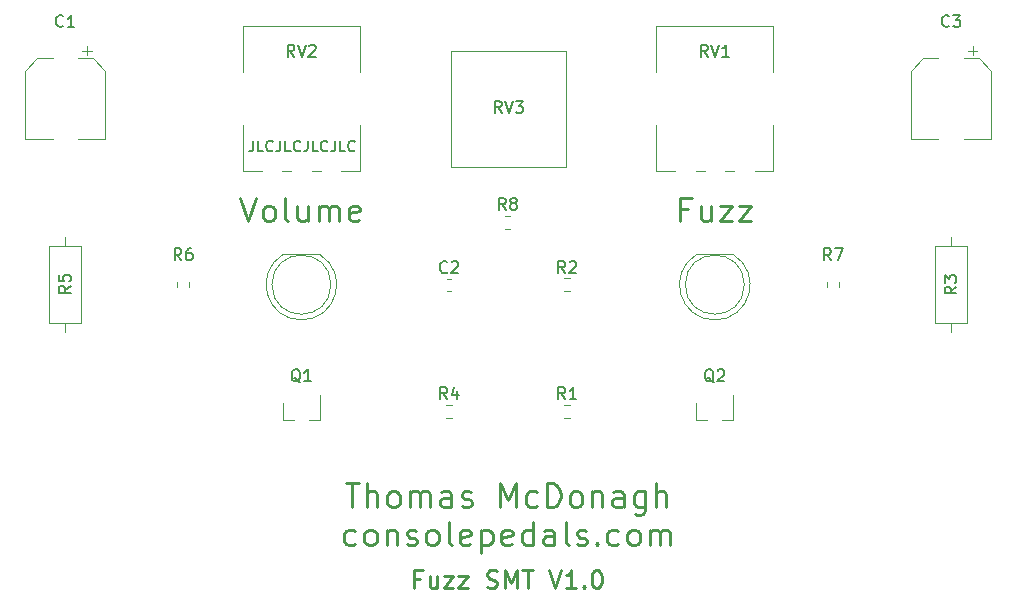
<source format=gbr>
G04 #@! TF.GenerationSoftware,KiCad,Pcbnew,(5.1.7)-1*
G04 #@! TF.CreationDate,2022-04-10T16:21:18-05:00*
G04 #@! TF.ProjectId,ConsolePedalFuzzSMT,436f6e73-6f6c-4655-9065-64616c46757a,rev?*
G04 #@! TF.SameCoordinates,Original*
G04 #@! TF.FileFunction,Legend,Top*
G04 #@! TF.FilePolarity,Positive*
%FSLAX46Y46*%
G04 Gerber Fmt 4.6, Leading zero omitted, Abs format (unit mm)*
G04 Created by KiCad (PCBNEW (5.1.7)-1) date 2022-04-10 16:21:18*
%MOMM*%
%LPD*%
G01*
G04 APERTURE LIST*
%ADD10C,0.150000*%
%ADD11C,0.250000*%
%ADD12C,0.120000*%
G04 APERTURE END LIST*
D10*
X111158857Y-84089142D02*
X111158857Y-84732000D01*
X111116000Y-84860571D01*
X111030285Y-84946285D01*
X110901714Y-84989142D01*
X110816000Y-84989142D01*
X112016000Y-84989142D02*
X111587428Y-84989142D01*
X111587428Y-84089142D01*
X112830285Y-84903428D02*
X112787428Y-84946285D01*
X112658857Y-84989142D01*
X112573142Y-84989142D01*
X112444571Y-84946285D01*
X112358857Y-84860571D01*
X112316000Y-84774857D01*
X112273142Y-84603428D01*
X112273142Y-84474857D01*
X112316000Y-84303428D01*
X112358857Y-84217714D01*
X112444571Y-84132000D01*
X112573142Y-84089142D01*
X112658857Y-84089142D01*
X112787428Y-84132000D01*
X112830285Y-84174857D01*
X113473142Y-84089142D02*
X113473142Y-84732000D01*
X113430285Y-84860571D01*
X113344571Y-84946285D01*
X113216000Y-84989142D01*
X113130285Y-84989142D01*
X114330285Y-84989142D02*
X113901714Y-84989142D01*
X113901714Y-84089142D01*
X115144571Y-84903428D02*
X115101714Y-84946285D01*
X114973142Y-84989142D01*
X114887428Y-84989142D01*
X114758857Y-84946285D01*
X114673142Y-84860571D01*
X114630285Y-84774857D01*
X114587428Y-84603428D01*
X114587428Y-84474857D01*
X114630285Y-84303428D01*
X114673142Y-84217714D01*
X114758857Y-84132000D01*
X114887428Y-84089142D01*
X114973142Y-84089142D01*
X115101714Y-84132000D01*
X115144571Y-84174857D01*
X115787428Y-84089142D02*
X115787428Y-84732000D01*
X115744571Y-84860571D01*
X115658857Y-84946285D01*
X115530285Y-84989142D01*
X115444571Y-84989142D01*
X116644571Y-84989142D02*
X116216000Y-84989142D01*
X116216000Y-84089142D01*
X117458857Y-84903428D02*
X117416000Y-84946285D01*
X117287428Y-84989142D01*
X117201714Y-84989142D01*
X117073142Y-84946285D01*
X116987428Y-84860571D01*
X116944571Y-84774857D01*
X116901714Y-84603428D01*
X116901714Y-84474857D01*
X116944571Y-84303428D01*
X116987428Y-84217714D01*
X117073142Y-84132000D01*
X117201714Y-84089142D01*
X117287428Y-84089142D01*
X117416000Y-84132000D01*
X117458857Y-84174857D01*
X118101714Y-84089142D02*
X118101714Y-84732000D01*
X118058857Y-84860571D01*
X117973142Y-84946285D01*
X117844571Y-84989142D01*
X117758857Y-84989142D01*
X118958857Y-84989142D02*
X118530285Y-84989142D01*
X118530285Y-84089142D01*
X119773142Y-84903428D02*
X119730285Y-84946285D01*
X119601714Y-84989142D01*
X119516000Y-84989142D01*
X119387428Y-84946285D01*
X119301714Y-84860571D01*
X119258857Y-84774857D01*
X119216000Y-84603428D01*
X119216000Y-84474857D01*
X119258857Y-84303428D01*
X119301714Y-84217714D01*
X119387428Y-84132000D01*
X119516000Y-84089142D01*
X119601714Y-84089142D01*
X119730285Y-84132000D01*
X119773142Y-84174857D01*
D11*
X148011904Y-89857142D02*
X147345238Y-89857142D01*
X147345238Y-90904761D02*
X147345238Y-88904761D01*
X148297619Y-88904761D01*
X149916666Y-89571428D02*
X149916666Y-90904761D01*
X149059523Y-89571428D02*
X149059523Y-90619047D01*
X149154761Y-90809523D01*
X149345238Y-90904761D01*
X149630952Y-90904761D01*
X149821428Y-90809523D01*
X149916666Y-90714285D01*
X150678571Y-89571428D02*
X151726190Y-89571428D01*
X150678571Y-90904761D01*
X151726190Y-90904761D01*
X152297619Y-89571428D02*
X153345238Y-89571428D01*
X152297619Y-90904761D01*
X153345238Y-90904761D01*
X110059523Y-88904761D02*
X110726190Y-90904761D01*
X111392857Y-88904761D01*
X112345238Y-90904761D02*
X112154761Y-90809523D01*
X112059523Y-90714285D01*
X111964285Y-90523809D01*
X111964285Y-89952380D01*
X112059523Y-89761904D01*
X112154761Y-89666666D01*
X112345238Y-89571428D01*
X112630952Y-89571428D01*
X112821428Y-89666666D01*
X112916666Y-89761904D01*
X113011904Y-89952380D01*
X113011904Y-90523809D01*
X112916666Y-90714285D01*
X112821428Y-90809523D01*
X112630952Y-90904761D01*
X112345238Y-90904761D01*
X114154761Y-90904761D02*
X113964285Y-90809523D01*
X113869047Y-90619047D01*
X113869047Y-88904761D01*
X115773809Y-89571428D02*
X115773809Y-90904761D01*
X114916666Y-89571428D02*
X114916666Y-90619047D01*
X115011904Y-90809523D01*
X115202380Y-90904761D01*
X115488095Y-90904761D01*
X115678571Y-90809523D01*
X115773809Y-90714285D01*
X116726190Y-90904761D02*
X116726190Y-89571428D01*
X116726190Y-89761904D02*
X116821428Y-89666666D01*
X117011904Y-89571428D01*
X117297619Y-89571428D01*
X117488095Y-89666666D01*
X117583333Y-89857142D01*
X117583333Y-90904761D01*
X117583333Y-89857142D02*
X117678571Y-89666666D01*
X117869047Y-89571428D01*
X118154761Y-89571428D01*
X118345238Y-89666666D01*
X118440476Y-89857142D01*
X118440476Y-90904761D01*
X120154761Y-90809523D02*
X119964285Y-90904761D01*
X119583333Y-90904761D01*
X119392857Y-90809523D01*
X119297619Y-90619047D01*
X119297619Y-89857142D01*
X119392857Y-89666666D01*
X119583333Y-89571428D01*
X119964285Y-89571428D01*
X120154761Y-89666666D01*
X120250000Y-89857142D01*
X120250000Y-90047619D01*
X119297619Y-90238095D01*
X125322142Y-121177857D02*
X124822142Y-121177857D01*
X124822142Y-121963571D02*
X124822142Y-120463571D01*
X125536428Y-120463571D01*
X126750714Y-120963571D02*
X126750714Y-121963571D01*
X126107857Y-120963571D02*
X126107857Y-121749285D01*
X126179285Y-121892142D01*
X126322142Y-121963571D01*
X126536428Y-121963571D01*
X126679285Y-121892142D01*
X126750714Y-121820714D01*
X127322142Y-120963571D02*
X128107857Y-120963571D01*
X127322142Y-121963571D01*
X128107857Y-121963571D01*
X128536428Y-120963571D02*
X129322142Y-120963571D01*
X128536428Y-121963571D01*
X129322142Y-121963571D01*
X130965000Y-121892142D02*
X131179285Y-121963571D01*
X131536428Y-121963571D01*
X131679285Y-121892142D01*
X131750714Y-121820714D01*
X131822142Y-121677857D01*
X131822142Y-121535000D01*
X131750714Y-121392142D01*
X131679285Y-121320714D01*
X131536428Y-121249285D01*
X131250714Y-121177857D01*
X131107857Y-121106428D01*
X131036428Y-121035000D01*
X130965000Y-120892142D01*
X130965000Y-120749285D01*
X131036428Y-120606428D01*
X131107857Y-120535000D01*
X131250714Y-120463571D01*
X131607857Y-120463571D01*
X131822142Y-120535000D01*
X132465000Y-121963571D02*
X132465000Y-120463571D01*
X132965000Y-121535000D01*
X133465000Y-120463571D01*
X133465000Y-121963571D01*
X133965000Y-120463571D02*
X134822142Y-120463571D01*
X134393571Y-121963571D02*
X134393571Y-120463571D01*
X136250714Y-120463571D02*
X136750714Y-121963571D01*
X137250714Y-120463571D01*
X138536428Y-121963571D02*
X137679285Y-121963571D01*
X138107857Y-121963571D02*
X138107857Y-120463571D01*
X137965000Y-120677857D01*
X137822142Y-120820714D01*
X137679285Y-120892142D01*
X139179285Y-121820714D02*
X139250714Y-121892142D01*
X139179285Y-121963571D01*
X139107857Y-121892142D01*
X139179285Y-121820714D01*
X139179285Y-121963571D01*
X140179285Y-120463571D02*
X140322142Y-120463571D01*
X140465000Y-120535000D01*
X140536428Y-120606428D01*
X140607857Y-120749285D01*
X140679285Y-121035000D01*
X140679285Y-121392142D01*
X140607857Y-121677857D01*
X140536428Y-121820714D01*
X140465000Y-121892142D01*
X140322142Y-121963571D01*
X140179285Y-121963571D01*
X140036428Y-121892142D01*
X139965000Y-121820714D01*
X139893571Y-121677857D01*
X139822142Y-121392142D01*
X139822142Y-121035000D01*
X139893571Y-120749285D01*
X139965000Y-120606428D01*
X140036428Y-120535000D01*
X140179285Y-120463571D01*
X119000714Y-113103761D02*
X120143571Y-113103761D01*
X119572142Y-115103761D02*
X119572142Y-113103761D01*
X120810238Y-115103761D02*
X120810238Y-113103761D01*
X121667380Y-115103761D02*
X121667380Y-114056142D01*
X121572142Y-113865666D01*
X121381666Y-113770428D01*
X121095952Y-113770428D01*
X120905476Y-113865666D01*
X120810238Y-113960904D01*
X122905476Y-115103761D02*
X122715000Y-115008523D01*
X122619761Y-114913285D01*
X122524523Y-114722809D01*
X122524523Y-114151380D01*
X122619761Y-113960904D01*
X122715000Y-113865666D01*
X122905476Y-113770428D01*
X123191190Y-113770428D01*
X123381666Y-113865666D01*
X123476904Y-113960904D01*
X123572142Y-114151380D01*
X123572142Y-114722809D01*
X123476904Y-114913285D01*
X123381666Y-115008523D01*
X123191190Y-115103761D01*
X122905476Y-115103761D01*
X124429285Y-115103761D02*
X124429285Y-113770428D01*
X124429285Y-113960904D02*
X124524523Y-113865666D01*
X124715000Y-113770428D01*
X125000714Y-113770428D01*
X125191190Y-113865666D01*
X125286428Y-114056142D01*
X125286428Y-115103761D01*
X125286428Y-114056142D02*
X125381666Y-113865666D01*
X125572142Y-113770428D01*
X125857857Y-113770428D01*
X126048333Y-113865666D01*
X126143571Y-114056142D01*
X126143571Y-115103761D01*
X127953095Y-115103761D02*
X127953095Y-114056142D01*
X127857857Y-113865666D01*
X127667380Y-113770428D01*
X127286428Y-113770428D01*
X127095952Y-113865666D01*
X127953095Y-115008523D02*
X127762619Y-115103761D01*
X127286428Y-115103761D01*
X127095952Y-115008523D01*
X127000714Y-114818047D01*
X127000714Y-114627571D01*
X127095952Y-114437095D01*
X127286428Y-114341857D01*
X127762619Y-114341857D01*
X127953095Y-114246619D01*
X128810238Y-115008523D02*
X129000714Y-115103761D01*
X129381666Y-115103761D01*
X129572142Y-115008523D01*
X129667380Y-114818047D01*
X129667380Y-114722809D01*
X129572142Y-114532333D01*
X129381666Y-114437095D01*
X129095952Y-114437095D01*
X128905476Y-114341857D01*
X128810238Y-114151380D01*
X128810238Y-114056142D01*
X128905476Y-113865666D01*
X129095952Y-113770428D01*
X129381666Y-113770428D01*
X129572142Y-113865666D01*
X132048333Y-115103761D02*
X132048333Y-113103761D01*
X132715000Y-114532333D01*
X133381666Y-113103761D01*
X133381666Y-115103761D01*
X135191190Y-115008523D02*
X135000714Y-115103761D01*
X134619761Y-115103761D01*
X134429285Y-115008523D01*
X134334047Y-114913285D01*
X134238809Y-114722809D01*
X134238809Y-114151380D01*
X134334047Y-113960904D01*
X134429285Y-113865666D01*
X134619761Y-113770428D01*
X135000714Y-113770428D01*
X135191190Y-113865666D01*
X136048333Y-115103761D02*
X136048333Y-113103761D01*
X136524523Y-113103761D01*
X136810238Y-113199000D01*
X137000714Y-113389476D01*
X137095952Y-113579952D01*
X137191190Y-113960904D01*
X137191190Y-114246619D01*
X137095952Y-114627571D01*
X137000714Y-114818047D01*
X136810238Y-115008523D01*
X136524523Y-115103761D01*
X136048333Y-115103761D01*
X138334047Y-115103761D02*
X138143571Y-115008523D01*
X138048333Y-114913285D01*
X137953095Y-114722809D01*
X137953095Y-114151380D01*
X138048333Y-113960904D01*
X138143571Y-113865666D01*
X138334047Y-113770428D01*
X138619761Y-113770428D01*
X138810238Y-113865666D01*
X138905476Y-113960904D01*
X139000714Y-114151380D01*
X139000714Y-114722809D01*
X138905476Y-114913285D01*
X138810238Y-115008523D01*
X138619761Y-115103761D01*
X138334047Y-115103761D01*
X139857857Y-113770428D02*
X139857857Y-115103761D01*
X139857857Y-113960904D02*
X139953095Y-113865666D01*
X140143571Y-113770428D01*
X140429285Y-113770428D01*
X140619761Y-113865666D01*
X140715000Y-114056142D01*
X140715000Y-115103761D01*
X142524523Y-115103761D02*
X142524523Y-114056142D01*
X142429285Y-113865666D01*
X142238809Y-113770428D01*
X141857857Y-113770428D01*
X141667380Y-113865666D01*
X142524523Y-115008523D02*
X142334047Y-115103761D01*
X141857857Y-115103761D01*
X141667380Y-115008523D01*
X141572142Y-114818047D01*
X141572142Y-114627571D01*
X141667380Y-114437095D01*
X141857857Y-114341857D01*
X142334047Y-114341857D01*
X142524523Y-114246619D01*
X144334047Y-113770428D02*
X144334047Y-115389476D01*
X144238809Y-115579952D01*
X144143571Y-115675190D01*
X143953095Y-115770428D01*
X143667380Y-115770428D01*
X143476904Y-115675190D01*
X144334047Y-115008523D02*
X144143571Y-115103761D01*
X143762619Y-115103761D01*
X143572142Y-115008523D01*
X143476904Y-114913285D01*
X143381666Y-114722809D01*
X143381666Y-114151380D01*
X143476904Y-113960904D01*
X143572142Y-113865666D01*
X143762619Y-113770428D01*
X144143571Y-113770428D01*
X144334047Y-113865666D01*
X145286428Y-115103761D02*
X145286428Y-113103761D01*
X146143571Y-115103761D02*
X146143571Y-114056142D01*
X146048333Y-113865666D01*
X145857857Y-113770428D01*
X145572142Y-113770428D01*
X145381666Y-113865666D01*
X145286428Y-113960904D01*
X119810238Y-118258523D02*
X119619761Y-118353761D01*
X119238809Y-118353761D01*
X119048333Y-118258523D01*
X118953095Y-118163285D01*
X118857857Y-117972809D01*
X118857857Y-117401380D01*
X118953095Y-117210904D01*
X119048333Y-117115666D01*
X119238809Y-117020428D01*
X119619761Y-117020428D01*
X119810238Y-117115666D01*
X120953095Y-118353761D02*
X120762619Y-118258523D01*
X120667380Y-118163285D01*
X120572142Y-117972809D01*
X120572142Y-117401380D01*
X120667380Y-117210904D01*
X120762619Y-117115666D01*
X120953095Y-117020428D01*
X121238809Y-117020428D01*
X121429285Y-117115666D01*
X121524523Y-117210904D01*
X121619761Y-117401380D01*
X121619761Y-117972809D01*
X121524523Y-118163285D01*
X121429285Y-118258523D01*
X121238809Y-118353761D01*
X120953095Y-118353761D01*
X122476904Y-117020428D02*
X122476904Y-118353761D01*
X122476904Y-117210904D02*
X122572142Y-117115666D01*
X122762619Y-117020428D01*
X123048333Y-117020428D01*
X123238809Y-117115666D01*
X123334047Y-117306142D01*
X123334047Y-118353761D01*
X124191190Y-118258523D02*
X124381666Y-118353761D01*
X124762619Y-118353761D01*
X124953095Y-118258523D01*
X125048333Y-118068047D01*
X125048333Y-117972809D01*
X124953095Y-117782333D01*
X124762619Y-117687095D01*
X124476904Y-117687095D01*
X124286428Y-117591857D01*
X124191190Y-117401380D01*
X124191190Y-117306142D01*
X124286428Y-117115666D01*
X124476904Y-117020428D01*
X124762619Y-117020428D01*
X124953095Y-117115666D01*
X126191190Y-118353761D02*
X126000714Y-118258523D01*
X125905476Y-118163285D01*
X125810238Y-117972809D01*
X125810238Y-117401380D01*
X125905476Y-117210904D01*
X126000714Y-117115666D01*
X126191190Y-117020428D01*
X126476904Y-117020428D01*
X126667380Y-117115666D01*
X126762619Y-117210904D01*
X126857857Y-117401380D01*
X126857857Y-117972809D01*
X126762619Y-118163285D01*
X126667380Y-118258523D01*
X126476904Y-118353761D01*
X126191190Y-118353761D01*
X128000714Y-118353761D02*
X127810238Y-118258523D01*
X127715000Y-118068047D01*
X127715000Y-116353761D01*
X129524523Y-118258523D02*
X129334047Y-118353761D01*
X128953095Y-118353761D01*
X128762619Y-118258523D01*
X128667380Y-118068047D01*
X128667380Y-117306142D01*
X128762619Y-117115666D01*
X128953095Y-117020428D01*
X129334047Y-117020428D01*
X129524523Y-117115666D01*
X129619761Y-117306142D01*
X129619761Y-117496619D01*
X128667380Y-117687095D01*
X130476904Y-117020428D02*
X130476904Y-119020428D01*
X130476904Y-117115666D02*
X130667380Y-117020428D01*
X131048333Y-117020428D01*
X131238809Y-117115666D01*
X131334047Y-117210904D01*
X131429285Y-117401380D01*
X131429285Y-117972809D01*
X131334047Y-118163285D01*
X131238809Y-118258523D01*
X131048333Y-118353761D01*
X130667380Y-118353761D01*
X130476904Y-118258523D01*
X133048333Y-118258523D02*
X132857857Y-118353761D01*
X132476904Y-118353761D01*
X132286428Y-118258523D01*
X132191190Y-118068047D01*
X132191190Y-117306142D01*
X132286428Y-117115666D01*
X132476904Y-117020428D01*
X132857857Y-117020428D01*
X133048333Y-117115666D01*
X133143571Y-117306142D01*
X133143571Y-117496619D01*
X132191190Y-117687095D01*
X134857857Y-118353761D02*
X134857857Y-116353761D01*
X134857857Y-118258523D02*
X134667380Y-118353761D01*
X134286428Y-118353761D01*
X134095952Y-118258523D01*
X134000714Y-118163285D01*
X133905476Y-117972809D01*
X133905476Y-117401380D01*
X134000714Y-117210904D01*
X134095952Y-117115666D01*
X134286428Y-117020428D01*
X134667380Y-117020428D01*
X134857857Y-117115666D01*
X136667380Y-118353761D02*
X136667380Y-117306142D01*
X136572142Y-117115666D01*
X136381666Y-117020428D01*
X136000714Y-117020428D01*
X135810238Y-117115666D01*
X136667380Y-118258523D02*
X136476904Y-118353761D01*
X136000714Y-118353761D01*
X135810238Y-118258523D01*
X135715000Y-118068047D01*
X135715000Y-117877571D01*
X135810238Y-117687095D01*
X136000714Y-117591857D01*
X136476904Y-117591857D01*
X136667380Y-117496619D01*
X137905476Y-118353761D02*
X137715000Y-118258523D01*
X137619761Y-118068047D01*
X137619761Y-116353761D01*
X138572142Y-118258523D02*
X138762619Y-118353761D01*
X139143571Y-118353761D01*
X139334047Y-118258523D01*
X139429285Y-118068047D01*
X139429285Y-117972809D01*
X139334047Y-117782333D01*
X139143571Y-117687095D01*
X138857857Y-117687095D01*
X138667380Y-117591857D01*
X138572142Y-117401380D01*
X138572142Y-117306142D01*
X138667380Y-117115666D01*
X138857857Y-117020428D01*
X139143571Y-117020428D01*
X139334047Y-117115666D01*
X140286428Y-118163285D02*
X140381666Y-118258523D01*
X140286428Y-118353761D01*
X140191190Y-118258523D01*
X140286428Y-118163285D01*
X140286428Y-118353761D01*
X142095952Y-118258523D02*
X141905476Y-118353761D01*
X141524523Y-118353761D01*
X141334047Y-118258523D01*
X141238809Y-118163285D01*
X141143571Y-117972809D01*
X141143571Y-117401380D01*
X141238809Y-117210904D01*
X141334047Y-117115666D01*
X141524523Y-117020428D01*
X141905476Y-117020428D01*
X142095952Y-117115666D01*
X143238809Y-118353761D02*
X143048333Y-118258523D01*
X142953095Y-118163285D01*
X142857857Y-117972809D01*
X142857857Y-117401380D01*
X142953095Y-117210904D01*
X143048333Y-117115666D01*
X143238809Y-117020428D01*
X143524523Y-117020428D01*
X143715000Y-117115666D01*
X143810238Y-117210904D01*
X143905476Y-117401380D01*
X143905476Y-117972809D01*
X143810238Y-118163285D01*
X143715000Y-118258523D01*
X143524523Y-118353761D01*
X143238809Y-118353761D01*
X144762619Y-118353761D02*
X144762619Y-117020428D01*
X144762619Y-117210904D02*
X144857857Y-117115666D01*
X145048333Y-117020428D01*
X145334047Y-117020428D01*
X145524523Y-117115666D01*
X145619761Y-117306142D01*
X145619761Y-118353761D01*
X145619761Y-117306142D02*
X145715000Y-117115666D01*
X145905476Y-117020428D01*
X146191190Y-117020428D01*
X146381666Y-117115666D01*
X146476904Y-117306142D01*
X146476904Y-118353761D01*
D12*
G04 #@! TO.C,D1*
X117750000Y-96270000D02*
G75*
G03*
X117750000Y-96270000I-2500000J0D01*
G01*
X116795000Y-93710000D02*
X113705000Y-93710000D01*
X115249538Y-99260000D02*
G75*
G03*
X116794830Y-93710000I462J2990000D01*
G01*
X115250462Y-99260000D02*
G75*
G02*
X113705170Y-93710000I-462J2990000D01*
G01*
G04 #@! TO.C,D2*
X151795000Y-93710000D02*
X148705000Y-93710000D01*
X152750000Y-96270000D02*
G75*
G03*
X152750000Y-96270000I-2500000J0D01*
G01*
X150250462Y-99260000D02*
G75*
G02*
X148705170Y-93710000I-462J2990000D01*
G01*
X150249538Y-99260000D02*
G75*
G03*
X151794830Y-93710000I462J2990000D01*
G01*
G04 #@! TO.C,RV1*
X145280000Y-86620000D02*
X145280000Y-82755000D01*
X145280000Y-78245000D02*
X145280000Y-74380000D01*
X155220000Y-86620000D02*
X155220000Y-82755000D01*
X155220000Y-78245000D02*
X155220000Y-74380000D01*
X145280000Y-86620000D02*
X146879000Y-86620000D01*
X148621000Y-86620000D02*
X149380000Y-86620000D01*
X151121000Y-86620000D02*
X151880000Y-86620000D01*
X153620000Y-86620000D02*
X155220000Y-86620000D01*
X145280000Y-74380000D02*
X155220000Y-74380000D01*
G04 #@! TO.C,RV2*
X110280000Y-74380000D02*
X120220000Y-74380000D01*
X118620000Y-86620000D02*
X120220000Y-86620000D01*
X116121000Y-86620000D02*
X116880000Y-86620000D01*
X113621000Y-86620000D02*
X114380000Y-86620000D01*
X110280000Y-86620000D02*
X111879000Y-86620000D01*
X120220000Y-78245000D02*
X120220000Y-74380000D01*
X120220000Y-86620000D02*
X120220000Y-82755000D01*
X110280000Y-78245000D02*
X110280000Y-74380000D01*
X110280000Y-86620000D02*
X110280000Y-82755000D01*
G04 #@! TO.C,R3*
X168880000Y-99540000D02*
X171620000Y-99540000D01*
X171620000Y-99540000D02*
X171620000Y-93000000D01*
X171620000Y-93000000D02*
X168880000Y-93000000D01*
X168880000Y-93000000D02*
X168880000Y-99540000D01*
X170250000Y-100310000D02*
X170250000Y-99540000D01*
X170250000Y-92230000D02*
X170250000Y-93000000D01*
G04 #@! TO.C,RV3*
X137675000Y-76510000D02*
X137675000Y-86280000D01*
X127905000Y-76510000D02*
X127905000Y-86280000D01*
X137675000Y-76510000D02*
X127905000Y-76510000D01*
X137675000Y-86280000D02*
X127905000Y-86280000D01*
G04 #@! TO.C,C1*
X97491250Y-76456250D02*
X96703750Y-76456250D01*
X97097500Y-76062500D02*
X97097500Y-76850000D01*
X92904437Y-77090000D02*
X91840000Y-78154437D01*
X97595563Y-77090000D02*
X98660000Y-78154437D01*
X97595563Y-77090000D02*
X96310000Y-77090000D01*
X92904437Y-77090000D02*
X94190000Y-77090000D01*
X91840000Y-78154437D02*
X91840000Y-83910000D01*
X98660000Y-78154437D02*
X98660000Y-83910000D01*
X98660000Y-83910000D02*
X96310000Y-83910000D01*
X91840000Y-83910000D02*
X94190000Y-83910000D01*
G04 #@! TO.C,C2*
X127609420Y-95760000D02*
X127890580Y-95760000D01*
X127609420Y-96780000D02*
X127890580Y-96780000D01*
G04 #@! TO.C,C3*
X166840000Y-83910000D02*
X169190000Y-83910000D01*
X173660000Y-83910000D02*
X171310000Y-83910000D01*
X173660000Y-78154437D02*
X173660000Y-83910000D01*
X166840000Y-78154437D02*
X166840000Y-83910000D01*
X167904437Y-77090000D02*
X169190000Y-77090000D01*
X172595563Y-77090000D02*
X171310000Y-77090000D01*
X172595563Y-77090000D02*
X173660000Y-78154437D01*
X167904437Y-77090000D02*
X166840000Y-78154437D01*
X172097500Y-76062500D02*
X172097500Y-76850000D01*
X172491250Y-76456250D02*
X171703750Y-76456250D01*
G04 #@! TO.C,Q1*
X113670000Y-107760000D02*
X114600000Y-107760000D01*
X116830000Y-107760000D02*
X115900000Y-107760000D01*
X116830000Y-107760000D02*
X116830000Y-105600000D01*
X113670000Y-107760000D02*
X113670000Y-106300000D01*
G04 #@! TO.C,Q2*
X148670000Y-107760000D02*
X148670000Y-106300000D01*
X151830000Y-107760000D02*
X151830000Y-105600000D01*
X151830000Y-107760000D02*
X150900000Y-107760000D01*
X148670000Y-107760000D02*
X149600000Y-107760000D01*
G04 #@! TO.C,R1*
X137987258Y-106477500D02*
X137512742Y-106477500D01*
X137987258Y-107522500D02*
X137512742Y-107522500D01*
G04 #@! TO.C,R2*
X137512742Y-95747500D02*
X137987258Y-95747500D01*
X137512742Y-96792500D02*
X137987258Y-96792500D01*
G04 #@! TO.C,R4*
X127512742Y-107522500D02*
X127987258Y-107522500D01*
X127512742Y-106477500D02*
X127987258Y-106477500D01*
G04 #@! TO.C,R5*
X96620000Y-93000000D02*
X93880000Y-93000000D01*
X93880000Y-93000000D02*
X93880000Y-99540000D01*
X93880000Y-99540000D02*
X96620000Y-99540000D01*
X96620000Y-99540000D02*
X96620000Y-93000000D01*
X95250000Y-92230000D02*
X95250000Y-93000000D01*
X95250000Y-100310000D02*
X95250000Y-99540000D01*
G04 #@! TO.C,R6*
X105772500Y-96032742D02*
X105772500Y-96507258D01*
X104727500Y-96032742D02*
X104727500Y-96507258D01*
G04 #@! TO.C,R7*
X160772500Y-96507258D02*
X160772500Y-96032742D01*
X159727500Y-96507258D02*
X159727500Y-96032742D01*
G04 #@! TO.C,R8*
X132952258Y-91522500D02*
X132477742Y-91522500D01*
X132952258Y-90477500D02*
X132477742Y-90477500D01*
G04 #@! TO.C,RV1*
D10*
X149654761Y-76952380D02*
X149321428Y-76476190D01*
X149083333Y-76952380D02*
X149083333Y-75952380D01*
X149464285Y-75952380D01*
X149559523Y-76000000D01*
X149607142Y-76047619D01*
X149654761Y-76142857D01*
X149654761Y-76285714D01*
X149607142Y-76380952D01*
X149559523Y-76428571D01*
X149464285Y-76476190D01*
X149083333Y-76476190D01*
X149940476Y-75952380D02*
X150273809Y-76952380D01*
X150607142Y-75952380D01*
X151464285Y-76952380D02*
X150892857Y-76952380D01*
X151178571Y-76952380D02*
X151178571Y-75952380D01*
X151083333Y-76095238D01*
X150988095Y-76190476D01*
X150892857Y-76238095D01*
G04 #@! TO.C,RV2*
X114654761Y-76952380D02*
X114321428Y-76476190D01*
X114083333Y-76952380D02*
X114083333Y-75952380D01*
X114464285Y-75952380D01*
X114559523Y-76000000D01*
X114607142Y-76047619D01*
X114654761Y-76142857D01*
X114654761Y-76285714D01*
X114607142Y-76380952D01*
X114559523Y-76428571D01*
X114464285Y-76476190D01*
X114083333Y-76476190D01*
X114940476Y-75952380D02*
X115273809Y-76952380D01*
X115607142Y-75952380D01*
X115892857Y-76047619D02*
X115940476Y-76000000D01*
X116035714Y-75952380D01*
X116273809Y-75952380D01*
X116369047Y-76000000D01*
X116416666Y-76047619D01*
X116464285Y-76142857D01*
X116464285Y-76238095D01*
X116416666Y-76380952D01*
X115845238Y-76952380D01*
X116464285Y-76952380D01*
G04 #@! TO.C,R3*
X170702380Y-96436666D02*
X170226190Y-96770000D01*
X170702380Y-97008095D02*
X169702380Y-97008095D01*
X169702380Y-96627142D01*
X169750000Y-96531904D01*
X169797619Y-96484285D01*
X169892857Y-96436666D01*
X170035714Y-96436666D01*
X170130952Y-96484285D01*
X170178571Y-96531904D01*
X170226190Y-96627142D01*
X170226190Y-97008095D01*
X169702380Y-96103333D02*
X169702380Y-95484285D01*
X170083333Y-95817619D01*
X170083333Y-95674761D01*
X170130952Y-95579523D01*
X170178571Y-95531904D01*
X170273809Y-95484285D01*
X170511904Y-95484285D01*
X170607142Y-95531904D01*
X170654761Y-95579523D01*
X170702380Y-95674761D01*
X170702380Y-95960476D01*
X170654761Y-96055714D01*
X170607142Y-96103333D01*
G04 #@! TO.C,RV3*
X132194761Y-81732380D02*
X131861428Y-81256190D01*
X131623333Y-81732380D02*
X131623333Y-80732380D01*
X132004285Y-80732380D01*
X132099523Y-80780000D01*
X132147142Y-80827619D01*
X132194761Y-80922857D01*
X132194761Y-81065714D01*
X132147142Y-81160952D01*
X132099523Y-81208571D01*
X132004285Y-81256190D01*
X131623333Y-81256190D01*
X132480476Y-80732380D02*
X132813809Y-81732380D01*
X133147142Y-80732380D01*
X133385238Y-80732380D02*
X134004285Y-80732380D01*
X133670952Y-81113333D01*
X133813809Y-81113333D01*
X133909047Y-81160952D01*
X133956666Y-81208571D01*
X134004285Y-81303809D01*
X134004285Y-81541904D01*
X133956666Y-81637142D01*
X133909047Y-81684761D01*
X133813809Y-81732380D01*
X133528095Y-81732380D01*
X133432857Y-81684761D01*
X133385238Y-81637142D01*
G04 #@! TO.C,C1*
X95083333Y-74357142D02*
X95035714Y-74404761D01*
X94892857Y-74452380D01*
X94797619Y-74452380D01*
X94654761Y-74404761D01*
X94559523Y-74309523D01*
X94511904Y-74214285D01*
X94464285Y-74023809D01*
X94464285Y-73880952D01*
X94511904Y-73690476D01*
X94559523Y-73595238D01*
X94654761Y-73500000D01*
X94797619Y-73452380D01*
X94892857Y-73452380D01*
X95035714Y-73500000D01*
X95083333Y-73547619D01*
X96035714Y-74452380D02*
X95464285Y-74452380D01*
X95750000Y-74452380D02*
X95750000Y-73452380D01*
X95654761Y-73595238D01*
X95559523Y-73690476D01*
X95464285Y-73738095D01*
G04 #@! TO.C,C2*
X127583333Y-95197142D02*
X127535714Y-95244761D01*
X127392857Y-95292380D01*
X127297619Y-95292380D01*
X127154761Y-95244761D01*
X127059523Y-95149523D01*
X127011904Y-95054285D01*
X126964285Y-94863809D01*
X126964285Y-94720952D01*
X127011904Y-94530476D01*
X127059523Y-94435238D01*
X127154761Y-94340000D01*
X127297619Y-94292380D01*
X127392857Y-94292380D01*
X127535714Y-94340000D01*
X127583333Y-94387619D01*
X127964285Y-94387619D02*
X128011904Y-94340000D01*
X128107142Y-94292380D01*
X128345238Y-94292380D01*
X128440476Y-94340000D01*
X128488095Y-94387619D01*
X128535714Y-94482857D01*
X128535714Y-94578095D01*
X128488095Y-94720952D01*
X127916666Y-95292380D01*
X128535714Y-95292380D01*
G04 #@! TO.C,C3*
X170083333Y-74357142D02*
X170035714Y-74404761D01*
X169892857Y-74452380D01*
X169797619Y-74452380D01*
X169654761Y-74404761D01*
X169559523Y-74309523D01*
X169511904Y-74214285D01*
X169464285Y-74023809D01*
X169464285Y-73880952D01*
X169511904Y-73690476D01*
X169559523Y-73595238D01*
X169654761Y-73500000D01*
X169797619Y-73452380D01*
X169892857Y-73452380D01*
X170035714Y-73500000D01*
X170083333Y-73547619D01*
X170416666Y-73452380D02*
X171035714Y-73452380D01*
X170702380Y-73833333D01*
X170845238Y-73833333D01*
X170940476Y-73880952D01*
X170988095Y-73928571D01*
X171035714Y-74023809D01*
X171035714Y-74261904D01*
X170988095Y-74357142D01*
X170940476Y-74404761D01*
X170845238Y-74452380D01*
X170559523Y-74452380D01*
X170464285Y-74404761D01*
X170416666Y-74357142D01*
G04 #@! TO.C,Q1*
X115154761Y-104547619D02*
X115059523Y-104500000D01*
X114964285Y-104404761D01*
X114821428Y-104261904D01*
X114726190Y-104214285D01*
X114630952Y-104214285D01*
X114678571Y-104452380D02*
X114583333Y-104404761D01*
X114488095Y-104309523D01*
X114440476Y-104119047D01*
X114440476Y-103785714D01*
X114488095Y-103595238D01*
X114583333Y-103500000D01*
X114678571Y-103452380D01*
X114869047Y-103452380D01*
X114964285Y-103500000D01*
X115059523Y-103595238D01*
X115107142Y-103785714D01*
X115107142Y-104119047D01*
X115059523Y-104309523D01*
X114964285Y-104404761D01*
X114869047Y-104452380D01*
X114678571Y-104452380D01*
X116059523Y-104452380D02*
X115488095Y-104452380D01*
X115773809Y-104452380D02*
X115773809Y-103452380D01*
X115678571Y-103595238D01*
X115583333Y-103690476D01*
X115488095Y-103738095D01*
G04 #@! TO.C,Q2*
X150154761Y-104547619D02*
X150059523Y-104500000D01*
X149964285Y-104404761D01*
X149821428Y-104261904D01*
X149726190Y-104214285D01*
X149630952Y-104214285D01*
X149678571Y-104452380D02*
X149583333Y-104404761D01*
X149488095Y-104309523D01*
X149440476Y-104119047D01*
X149440476Y-103785714D01*
X149488095Y-103595238D01*
X149583333Y-103500000D01*
X149678571Y-103452380D01*
X149869047Y-103452380D01*
X149964285Y-103500000D01*
X150059523Y-103595238D01*
X150107142Y-103785714D01*
X150107142Y-104119047D01*
X150059523Y-104309523D01*
X149964285Y-104404761D01*
X149869047Y-104452380D01*
X149678571Y-104452380D01*
X150488095Y-103547619D02*
X150535714Y-103500000D01*
X150630952Y-103452380D01*
X150869047Y-103452380D01*
X150964285Y-103500000D01*
X151011904Y-103547619D01*
X151059523Y-103642857D01*
X151059523Y-103738095D01*
X151011904Y-103880952D01*
X150440476Y-104452380D01*
X151059523Y-104452380D01*
G04 #@! TO.C,R1*
X137583333Y-105952380D02*
X137250000Y-105476190D01*
X137011904Y-105952380D02*
X137011904Y-104952380D01*
X137392857Y-104952380D01*
X137488095Y-105000000D01*
X137535714Y-105047619D01*
X137583333Y-105142857D01*
X137583333Y-105285714D01*
X137535714Y-105380952D01*
X137488095Y-105428571D01*
X137392857Y-105476190D01*
X137011904Y-105476190D01*
X138535714Y-105952380D02*
X137964285Y-105952380D01*
X138250000Y-105952380D02*
X138250000Y-104952380D01*
X138154761Y-105095238D01*
X138059523Y-105190476D01*
X137964285Y-105238095D01*
G04 #@! TO.C,R2*
X137583333Y-95292380D02*
X137250000Y-94816190D01*
X137011904Y-95292380D02*
X137011904Y-94292380D01*
X137392857Y-94292380D01*
X137488095Y-94340000D01*
X137535714Y-94387619D01*
X137583333Y-94482857D01*
X137583333Y-94625714D01*
X137535714Y-94720952D01*
X137488095Y-94768571D01*
X137392857Y-94816190D01*
X137011904Y-94816190D01*
X137964285Y-94387619D02*
X138011904Y-94340000D01*
X138107142Y-94292380D01*
X138345238Y-94292380D01*
X138440476Y-94340000D01*
X138488095Y-94387619D01*
X138535714Y-94482857D01*
X138535714Y-94578095D01*
X138488095Y-94720952D01*
X137916666Y-95292380D01*
X138535714Y-95292380D01*
G04 #@! TO.C,R4*
X127583333Y-105952380D02*
X127250000Y-105476190D01*
X127011904Y-105952380D02*
X127011904Y-104952380D01*
X127392857Y-104952380D01*
X127488095Y-105000000D01*
X127535714Y-105047619D01*
X127583333Y-105142857D01*
X127583333Y-105285714D01*
X127535714Y-105380952D01*
X127488095Y-105428571D01*
X127392857Y-105476190D01*
X127011904Y-105476190D01*
X128440476Y-105285714D02*
X128440476Y-105952380D01*
X128202380Y-104904761D02*
X127964285Y-105619047D01*
X128583333Y-105619047D01*
G04 #@! TO.C,R5*
X95703381Y-96377665D02*
X95227191Y-96710999D01*
X95703381Y-96949094D02*
X94703381Y-96949094D01*
X94703381Y-96568141D01*
X94751001Y-96472903D01*
X94798620Y-96425284D01*
X94893858Y-96377665D01*
X95036715Y-96377665D01*
X95131953Y-96425284D01*
X95179572Y-96472903D01*
X95227191Y-96568141D01*
X95227191Y-96949094D01*
X94703381Y-95472903D02*
X94703381Y-95949094D01*
X95179572Y-95996713D01*
X95131953Y-95949094D01*
X95084334Y-95853856D01*
X95084334Y-95615760D01*
X95131953Y-95520522D01*
X95179572Y-95472903D01*
X95274810Y-95425284D01*
X95512905Y-95425284D01*
X95608143Y-95472903D01*
X95655762Y-95520522D01*
X95703381Y-95615760D01*
X95703381Y-95853856D01*
X95655762Y-95949094D01*
X95608143Y-95996713D01*
G04 #@! TO.C,R6*
X105083333Y-94202380D02*
X104750000Y-93726190D01*
X104511904Y-94202380D02*
X104511904Y-93202380D01*
X104892857Y-93202380D01*
X104988095Y-93250000D01*
X105035714Y-93297619D01*
X105083333Y-93392857D01*
X105083333Y-93535714D01*
X105035714Y-93630952D01*
X104988095Y-93678571D01*
X104892857Y-93726190D01*
X104511904Y-93726190D01*
X105940476Y-93202380D02*
X105750000Y-93202380D01*
X105654761Y-93250000D01*
X105607142Y-93297619D01*
X105511904Y-93440476D01*
X105464285Y-93630952D01*
X105464285Y-94011904D01*
X105511904Y-94107142D01*
X105559523Y-94154761D01*
X105654761Y-94202380D01*
X105845238Y-94202380D01*
X105940476Y-94154761D01*
X105988095Y-94107142D01*
X106035714Y-94011904D01*
X106035714Y-93773809D01*
X105988095Y-93678571D01*
X105940476Y-93630952D01*
X105845238Y-93583333D01*
X105654761Y-93583333D01*
X105559523Y-93630952D01*
X105511904Y-93678571D01*
X105464285Y-93773809D01*
G04 #@! TO.C,R7*
X160083333Y-94202380D02*
X159750000Y-93726190D01*
X159511904Y-94202380D02*
X159511904Y-93202380D01*
X159892857Y-93202380D01*
X159988095Y-93250000D01*
X160035714Y-93297619D01*
X160083333Y-93392857D01*
X160083333Y-93535714D01*
X160035714Y-93630952D01*
X159988095Y-93678571D01*
X159892857Y-93726190D01*
X159511904Y-93726190D01*
X160416666Y-93202380D02*
X161083333Y-93202380D01*
X160654761Y-94202380D01*
G04 #@! TO.C,R8*
X132548333Y-89952380D02*
X132215000Y-89476190D01*
X131976904Y-89952380D02*
X131976904Y-88952380D01*
X132357857Y-88952380D01*
X132453095Y-89000000D01*
X132500714Y-89047619D01*
X132548333Y-89142857D01*
X132548333Y-89285714D01*
X132500714Y-89380952D01*
X132453095Y-89428571D01*
X132357857Y-89476190D01*
X131976904Y-89476190D01*
X133119761Y-89380952D02*
X133024523Y-89333333D01*
X132976904Y-89285714D01*
X132929285Y-89190476D01*
X132929285Y-89142857D01*
X132976904Y-89047619D01*
X133024523Y-89000000D01*
X133119761Y-88952380D01*
X133310238Y-88952380D01*
X133405476Y-89000000D01*
X133453095Y-89047619D01*
X133500714Y-89142857D01*
X133500714Y-89190476D01*
X133453095Y-89285714D01*
X133405476Y-89333333D01*
X133310238Y-89380952D01*
X133119761Y-89380952D01*
X133024523Y-89428571D01*
X132976904Y-89476190D01*
X132929285Y-89571428D01*
X132929285Y-89761904D01*
X132976904Y-89857142D01*
X133024523Y-89904761D01*
X133119761Y-89952380D01*
X133310238Y-89952380D01*
X133405476Y-89904761D01*
X133453095Y-89857142D01*
X133500714Y-89761904D01*
X133500714Y-89571428D01*
X133453095Y-89476190D01*
X133405476Y-89428571D01*
X133310238Y-89380952D01*
G04 #@! TD*
M02*

</source>
